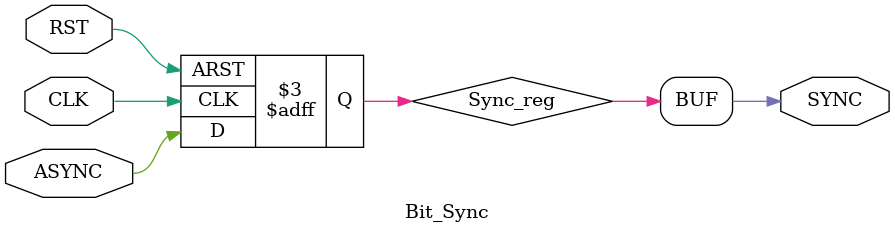
<source format=v>
module Bit_Sync #( parameter  NUM_STAGES = 1,  BUS_WIDTH = 1)
(
input   wire                      CLK,
input   wire                      RST,
input   wire    [BUS_WIDTH-1:0]   ASYNC,
output  wire    [BUS_WIDTH-1:0]   SYNC
);

reg     [NUM_STAGES-1:0]   Sync_reg;

always @(posedge CLK or negedge RST)
 begin
    if(!RST)
        begin
            Sync_reg <= 'b0 ;
        end
    else
        begin
            Sync_reg <= {Sync_reg[NUM_STAGES-2:0],ASYNC} ;
        end
 end

assign SYNC = Sync_reg[NUM_STAGES-1];

endmodule
</source>
